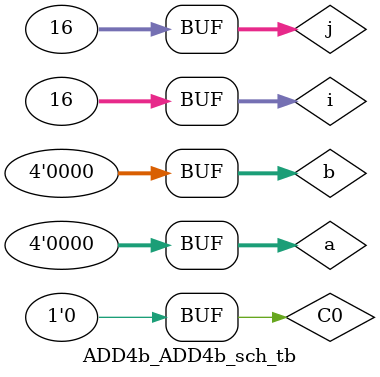
<source format=v>

`timescale 1ns / 1ps

module ADD4b_ADD4b_sch_tb();

// Inputs
   reg C0;
   reg [3:0] a;
   reg [3:0] b;

// Output
   wire GP;
   wire GG;
   wire [3:0] s;

// Bidirs

// Instantiate the UUT
   ADD4b UUT (
		.C0(C0), 
		.GP(GP), 
		.GG(GG), 
		.s(s), 
		.a(a), 
		.b(b)
   );
// Initialize Inputs
//   `ifdef auto_init
	integer i = 0, j = 0;
    initial begin
		C0 = 0;
		a = 0;
		b = 0;
		
		for (i=0;i<=15;i=i+1)begin
		#50;
		a = i+1;
			for(j=0;j<=15;j=j+1)begin
			#50;
			b = j+1;
			end
		end
	end
  // `endif
endmodule

</source>
